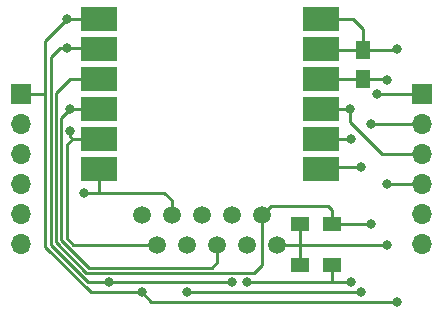
<source format=gtl>
G04 #@! TF.GenerationSoftware,KiCad,Pcbnew,(5.1.6)-1*
G04 #@! TF.CreationDate,2020-10-13T20:46:18+02:00*
G04 #@! TF.ProjectId,MRF89XAM8A_Breakout,4d524638-3958-4414-9d38-415f42726561,rev?*
G04 #@! TF.SameCoordinates,PX4db9760PY4fa1be0*
G04 #@! TF.FileFunction,Copper,L1,Top*
G04 #@! TF.FilePolarity,Positive*
%FSLAX46Y46*%
G04 Gerber Fmt 4.6, Leading zero omitted, Abs format (unit mm)*
G04 Created by KiCad (PCBNEW (5.1.6)-1) date 2020-10-13 20:46:18*
%MOMM*%
%LPD*%
G01*
G04 APERTURE LIST*
G04 #@! TA.AperFunction,SMDPad,CuDef*
%ADD10R,3.048000X2.032000*%
G04 #@! TD*
G04 #@! TA.AperFunction,SMDPad,CuDef*
%ADD11R,1.250000X1.500000*%
G04 #@! TD*
G04 #@! TA.AperFunction,ComponentPad*
%ADD12C,1.500000*%
G04 #@! TD*
G04 #@! TA.AperFunction,SMDPad,CuDef*
%ADD13R,1.500000X1.300000*%
G04 #@! TD*
G04 #@! TA.AperFunction,ComponentPad*
%ADD14R,1.700000X1.700000*%
G04 #@! TD*
G04 #@! TA.AperFunction,ComponentPad*
%ADD15O,1.700000X1.700000*%
G04 #@! TD*
G04 #@! TA.AperFunction,ViaPad*
%ADD16C,0.800000*%
G04 #@! TD*
G04 #@! TA.AperFunction,Conductor*
%ADD17C,0.250000*%
G04 #@! TD*
G04 APERTURE END LIST*
D10*
X9102000Y-14850000D03*
X27898000Y-14850000D03*
X9102000Y-12310000D03*
X27898000Y-12310000D03*
X9102000Y-9770000D03*
X27898000Y-9770000D03*
X9102000Y-7230000D03*
X27898000Y-7230000D03*
X9102000Y-4690000D03*
X27898000Y-4690000D03*
X9102000Y-2150000D03*
X27898000Y-2150000D03*
D11*
X31500000Y-7250000D03*
X31500000Y-4750000D03*
D12*
X14055000Y-21270000D03*
X12785000Y-18730000D03*
X16595000Y-21270000D03*
X15325000Y-18730000D03*
X17865000Y-18730000D03*
X19135000Y-21270000D03*
X20405000Y-18730000D03*
X21675000Y-21270000D03*
X22945000Y-18730000D03*
X24215000Y-21270000D03*
D13*
X28850000Y-19500000D03*
X26150000Y-19500000D03*
X28850000Y-23000000D03*
X26150000Y-23000000D03*
D14*
X2500000Y-8500000D03*
D15*
X2500000Y-11040000D03*
X2500000Y-13580000D03*
X2500000Y-16120000D03*
X2500000Y-18660000D03*
X2500000Y-21200000D03*
D14*
X36500000Y-8500000D03*
D15*
X36500000Y-11040000D03*
X36500000Y-13580000D03*
X36500000Y-16120000D03*
X36500000Y-18660000D03*
X36500000Y-21200000D03*
D16*
X20400000Y-24450000D03*
X9950000Y-24450000D03*
X6450000Y-4650000D03*
X33500000Y-7300000D03*
X33500000Y-21300000D03*
X33500000Y-16100000D03*
X34400000Y-4700000D03*
X12750000Y-25300000D03*
X6450000Y-2150000D03*
X34400000Y-26100000D03*
X32150000Y-11050000D03*
X32150000Y-19500000D03*
X21650000Y-24450000D03*
X30450000Y-24450000D03*
X30440000Y-12310000D03*
X6652000Y-9798000D03*
X30430000Y-9770000D03*
X7900000Y-16850000D03*
X31300000Y-14700000D03*
X16600000Y-25300000D03*
X31300000Y-25300000D03*
X32700000Y-8500000D03*
X6675000Y-11600000D03*
D17*
X9950000Y-24450000D02*
X20400000Y-24450000D01*
X9062000Y-4650000D02*
X9102000Y-4690000D01*
X6450000Y-4650000D02*
X9062000Y-4650000D01*
X5049973Y-21259203D02*
X8240770Y-24450000D01*
X5049972Y-5400028D02*
X5049973Y-21259203D01*
X6450000Y-4650000D02*
X5800000Y-4650000D01*
X8240770Y-24450000D02*
X9950000Y-24450000D01*
X5800000Y-4650000D02*
X5049972Y-5400028D01*
X27918000Y-7250000D02*
X27898000Y-7230000D01*
X31500000Y-7250000D02*
X27918000Y-7250000D01*
X31500000Y-7250000D02*
X33450000Y-7250000D01*
X33450000Y-7250000D02*
X33500000Y-7300000D01*
X24245000Y-21300000D02*
X24215000Y-21270000D01*
X26150000Y-21250000D02*
X26200000Y-21300000D01*
X33500000Y-21300000D02*
X26200000Y-21300000D01*
X26150000Y-19500000D02*
X26150000Y-21250000D01*
X26200000Y-21300000D02*
X24245000Y-21300000D01*
X26150000Y-21350000D02*
X26200000Y-21300000D01*
X26150000Y-23000000D02*
X26150000Y-21350000D01*
X33520000Y-16120000D02*
X33500000Y-16100000D01*
X36500000Y-16120000D02*
X33520000Y-16120000D01*
X27958000Y-4750000D02*
X27898000Y-4690000D01*
X31500000Y-4750000D02*
X27958000Y-4750000D01*
X31500000Y-4750000D02*
X31500000Y-3000000D01*
X30650000Y-2150000D02*
X27898000Y-2150000D01*
X31500000Y-3000000D02*
X30650000Y-2150000D01*
X31500000Y-4750000D02*
X34350000Y-4750000D01*
X34350000Y-4750000D02*
X34400000Y-4700000D01*
X4599964Y-21445604D02*
X8454360Y-25300000D01*
X8454360Y-25300000D02*
X12750000Y-25300000D01*
X13550000Y-26100000D02*
X12750000Y-25300000D01*
X33350000Y-26100000D02*
X13550000Y-26100000D01*
X9102000Y-2150000D02*
X6450000Y-2150000D01*
X4599964Y-4000036D02*
X4599964Y-4600038D01*
X6450000Y-2150000D02*
X4599964Y-4000036D01*
X34400000Y-26100000D02*
X33350000Y-26100000D01*
X4599928Y-8500000D02*
X4599964Y-8500036D01*
X4599964Y-21445604D02*
X4599964Y-8500036D01*
X2500000Y-8500000D02*
X4599928Y-8500000D01*
X4599964Y-8500036D02*
X4599964Y-4600038D01*
X22950000Y-18735000D02*
X22945000Y-18730000D01*
X22950000Y-22950000D02*
X22950000Y-18735000D01*
X22249990Y-23650010D02*
X22950000Y-22950000D01*
X8077190Y-23650010D02*
X22249990Y-23650010D01*
X6670000Y-7230000D02*
X5499982Y-8400020D01*
X9102000Y-7230000D02*
X6670000Y-7230000D01*
X5499982Y-8400020D02*
X5499982Y-21072802D01*
X5499982Y-21072802D02*
X8077190Y-23650010D01*
X28850000Y-19500000D02*
X28850000Y-18350000D01*
X28850000Y-18350000D02*
X28500000Y-18000000D01*
X23675000Y-18000000D02*
X22945000Y-18730000D01*
X28500000Y-18000000D02*
X23675000Y-18000000D01*
X36500000Y-11040000D02*
X32160000Y-11040000D01*
X32160000Y-11040000D02*
X32150000Y-11050000D01*
X32150000Y-19500000D02*
X28850000Y-19500000D01*
X27898000Y-12310000D02*
X30440000Y-12310000D01*
X28850000Y-24400000D02*
X28800000Y-24450000D01*
X28850000Y-23000000D02*
X28850000Y-24400000D01*
X21650000Y-24450000D02*
X28800000Y-24450000D01*
X28800000Y-24450000D02*
X30450000Y-24450000D01*
X19135000Y-22765000D02*
X19135000Y-21270000D01*
X18700000Y-23200000D02*
X19135000Y-22765000D01*
X9102000Y-9770000D02*
X9102000Y-9798000D01*
X9102000Y-9798000D02*
X6652000Y-9798000D01*
X6652000Y-9798000D02*
X5949990Y-10500010D01*
X5949991Y-20886401D02*
X8263590Y-23200000D01*
X8263590Y-23200000D02*
X8300000Y-23200000D01*
X5949990Y-10500010D02*
X5949991Y-20886401D01*
X8300000Y-23200000D02*
X18700000Y-23200000D01*
X27898000Y-9770000D02*
X30430000Y-9770000D01*
X30430000Y-9770000D02*
X30430000Y-10880000D01*
X33130000Y-13580000D02*
X36500000Y-13580000D01*
X30430000Y-10880000D02*
X33130000Y-13580000D01*
X14650000Y-16850000D02*
X15325000Y-17525000D01*
X9450000Y-16850000D02*
X14650000Y-16850000D01*
X15325000Y-17525000D02*
X15325000Y-18730000D01*
X9102000Y-14850000D02*
X9102000Y-16848000D01*
X7900000Y-16850000D02*
X9100000Y-16850000D01*
X9102000Y-16848000D02*
X9100000Y-16850000D01*
X9100000Y-16850000D02*
X9450000Y-16850000D01*
X27898000Y-14850000D02*
X27898000Y-14702000D01*
X27898000Y-14702000D02*
X27900000Y-14700000D01*
X27900000Y-14700000D02*
X31300000Y-14700000D01*
X16600000Y-25300000D02*
X31300000Y-25300000D01*
X36500000Y-8500000D02*
X32700000Y-8500000D01*
X9102000Y-12310000D02*
X6890000Y-12310000D01*
X6890000Y-12310000D02*
X6400000Y-12800000D01*
X6400000Y-12800000D02*
X6400000Y-20700000D01*
X6970000Y-21270000D02*
X14055000Y-21270000D01*
X6400000Y-20700000D02*
X6970000Y-21270000D01*
X6675000Y-12095000D02*
X6890000Y-12310000D01*
X6675000Y-11600000D02*
X6675000Y-12095000D01*
M02*

</source>
